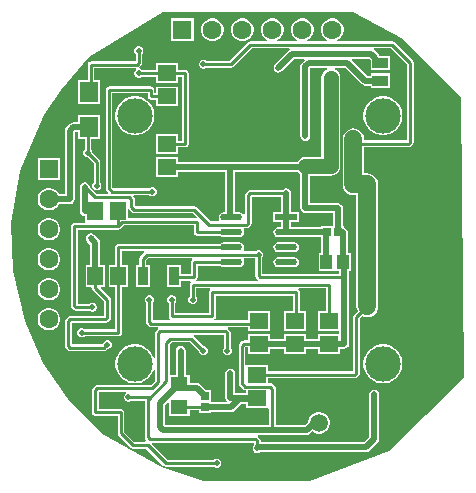
<source format=gbl>
G04*
G04 #@! TF.GenerationSoftware,Altium Limited,Altium Designer,22.10.1 (41)*
G04*
G04 Layer_Physical_Order=2*
G04 Layer_Color=16711680*
%FSLAX42Y42*%
%MOMM*%
G71*
G04*
G04 #@! TF.SameCoordinates,D2B3F530-26F6-4905-BC13-EF821CD2D141*
G04*
G04*
G04 #@! TF.FilePolarity,Positive*
G04*
G01*
G75*
%ADD14C,0.25*%
%ADD19R,0.67X0.72*%
%ADD20R,0.72X0.67*%
%ADD22R,1.55X1.35*%
%ADD25R,1.35X1.55*%
%ADD48C,0.51*%
%ADD49C,1.52*%
%ADD51C,1.27*%
%ADD52C,3.00*%
%ADD53C,1.60*%
%ADD54R,1.60X1.60*%
%ADD55R,1.60X1.60*%
%ADD56C,1.52*%
%ADD57C,0.46*%
%ADD58R,1.01X1.26*%
%ADD59R,0.90X1.55*%
%ADD60R,1.45X1.20*%
%ADD61R,1.55X1.75*%
%ADD62R,1.87X0.54*%
G04:AMPARAMS|DCode=63|XSize=1.87mm|YSize=0.54mm|CornerRadius=0.27mm|HoleSize=0mm|Usage=FLASHONLY|Rotation=180.000|XOffset=0mm|YOffset=0mm|HoleType=Round|Shape=RoundedRectangle|*
%AMROUNDEDRECTD63*
21,1,1.87,0.00,0,0,180.0*
21,1,1.33,0.54,0,0,180.0*
1,1,0.54,-0.67,0.00*
1,1,0.54,0.67,0.00*
1,1,0.54,0.67,0.00*
1,1,0.54,-0.67,0.00*
%
%ADD63ROUNDEDRECTD63*%
%ADD64R,1.35X0.95*%
G36*
X10779Y9196D02*
Y8550D01*
X10417D01*
Y8560D01*
X10414Y8584D01*
X10405Y8606D01*
X10390Y8625D01*
X10371Y8640D01*
X10349Y8649D01*
X10325Y8652D01*
X10301Y8649D01*
X10279Y8640D01*
X10260Y8625D01*
X10245Y8606D01*
X10236Y8584D01*
X10233Y8560D01*
Y8179D01*
X10236Y8155D01*
X10245Y8133D01*
X10260Y8114D01*
X10279Y8099D01*
X10301Y8090D01*
X10325Y8087D01*
X10349D01*
Y7144D01*
X10353Y7120D01*
X10360Y7103D01*
X10330Y7073D01*
X10324Y7064D01*
X10322Y7053D01*
X10322Y7053D01*
Y6594D01*
X9605D01*
Y6649D01*
X9420D01*
X9411Y6658D01*
Y6800D01*
X9432D01*
Y6745D01*
X9618D01*
Y6787D01*
X9737D01*
Y6745D01*
X9923D01*
Y6787D01*
X10029D01*
Y6745D01*
X10215D01*
Y6787D01*
X10249D01*
X10265Y6790D01*
X10278Y6799D01*
X10287Y6812D01*
X10290Y6828D01*
Y7398D01*
Y7440D01*
X10302D01*
Y7597D01*
X10278D01*
Y7772D01*
X10274Y7788D01*
X10265Y7802D01*
X10252Y7811D01*
X10246Y7812D01*
Y7821D01*
X10237D01*
Y7976D01*
X10233Y7991D01*
X10224Y8005D01*
X10211Y8014D01*
X10195Y8017D01*
X9960D01*
Y8252D01*
X10135D01*
X10155Y8254D01*
X10174Y8262D01*
X10191Y8275D01*
X10203Y8291D01*
X10211Y8311D01*
X10214Y8331D01*
Y9081D01*
X10211Y9101D01*
X10203Y9120D01*
X10191Y9137D01*
X10174Y9149D01*
X10164Y9153D01*
X10167Y9166D01*
X10257D01*
X10397Y9026D01*
X10411Y9017D01*
X10427Y9014D01*
X10471D01*
Y8992D01*
X10636D01*
Y9118D01*
X10471D01*
Y9097D01*
X10444D01*
X10311Y9230D01*
X10316Y9242D01*
X10458D01*
X10470Y9230D01*
Y9227D01*
X10471Y9223D01*
Y9142D01*
X10636D01*
Y9268D01*
X10547D01*
X10541Y9276D01*
X10504Y9313D01*
X10496Y9319D01*
X10500Y9331D01*
X10643D01*
X10779Y9196D01*
D02*
G37*
G36*
X10744Y9411D02*
X11239Y8915D01*
X11265Y6540D01*
X10630Y5918D01*
X9957Y5664D01*
X9055D01*
X8727Y5777D01*
X8731Y5789D01*
X8738Y5788D01*
X8738Y5788D01*
X9144D01*
X9148Y5784D01*
X9162Y5778D01*
X9177D01*
X9191Y5784D01*
X9202Y5795D01*
X9207Y5809D01*
Y5824D01*
X9202Y5838D01*
X9191Y5849D01*
X9177Y5855D01*
X9162D01*
X9148Y5849D01*
X9144Y5845D01*
X8749D01*
X8616Y5979D01*
X8621Y5991D01*
X9484D01*
Y5974D01*
X9483Y5973D01*
X9474Y5959D01*
X9471Y5944D01*
X9474Y5928D01*
X9483Y5914D01*
X9496Y5905D01*
X9512Y5902D01*
X9528Y5905D01*
X9535Y5910D01*
X10430D01*
X10446Y5913D01*
X10460Y5922D01*
X10532Y5995D01*
X10541Y6008D01*
X10544Y6024D01*
Y6401D01*
X10541Y6417D01*
X10532Y6430D01*
X10519Y6439D01*
X10503Y6442D01*
X10487Y6439D01*
X10474Y6430D01*
X10465Y6417D01*
X10461Y6401D01*
Y6041D01*
X10413Y5993D01*
X9541D01*
Y6005D01*
X9539Y6016D01*
X9532Y6025D01*
X9532Y6025D01*
X9518Y6040D01*
X9515Y6042D01*
X9519Y6055D01*
X9929D01*
X9945Y6058D01*
X9959Y6067D01*
X9978Y6086D01*
X9998Y6074D01*
X10021Y6068D01*
X10045D01*
X10068Y6074D01*
X10089Y6086D01*
X10106Y6103D01*
X10118Y6124D01*
X10124Y6147D01*
Y6172D01*
X10118Y6195D01*
X10106Y6216D01*
X10089Y6233D01*
X10068Y6245D01*
X10045Y6251D01*
X10021D01*
X9998Y6245D01*
X9977Y6233D01*
X9960Y6216D01*
X9948Y6195D01*
X9942Y6172D01*
Y6167D01*
X9912Y6137D01*
X9668D01*
Y6449D01*
X9668Y6449D01*
X9666Y6460D01*
X9659Y6470D01*
X9659Y6470D01*
X9643Y6486D01*
X9633Y6493D01*
X9622Y6495D01*
X9622Y6495D01*
X9605D01*
Y6537D01*
X10336D01*
X10336Y6537D01*
X10347Y6540D01*
X10356Y6546D01*
X10371Y6561D01*
X10371Y6561D01*
X10377Y6570D01*
X10379Y6581D01*
Y7041D01*
X10400Y7062D01*
X10418Y7055D01*
X10442Y7052D01*
X10465Y7055D01*
X10488Y7064D01*
X10507Y7079D01*
X10521Y7098D01*
X10531Y7120D01*
X10534Y7144D01*
Y8179D01*
X10531Y8203D01*
X10521Y8225D01*
X10507Y8244D01*
X10488Y8259D01*
X10465Y8268D01*
X10442Y8271D01*
X10417D01*
Y8493D01*
X10793D01*
X10793Y8493D01*
X10804Y8495D01*
X10813Y8502D01*
X10828Y8516D01*
X10828Y8516D01*
X10834Y8526D01*
X10836Y8537D01*
Y9207D01*
X10836Y9207D01*
X10834Y9218D01*
X10828Y9228D01*
X10828Y9228D01*
X10675Y9380D01*
X10666Y9386D01*
X10655Y9388D01*
X10655Y9388D01*
X10193D01*
X10189Y9401D01*
X10206Y9411D01*
X10224Y9428D01*
X10236Y9450D01*
X10243Y9474D01*
Y9499D01*
X10236Y9524D01*
X10224Y9545D01*
X10206Y9563D01*
X10184Y9576D01*
X10160Y9582D01*
X10135D01*
X10111Y9576D01*
X10089Y9563D01*
X10071Y9545D01*
X10059Y9524D01*
X10052Y9499D01*
Y9474D01*
X10059Y9450D01*
X10071Y9428D01*
X10089Y9411D01*
X10105Y9401D01*
X10102Y9388D01*
X9939D01*
X9935Y9401D01*
X9952Y9411D01*
X9970Y9428D01*
X9982Y9450D01*
X9989Y9474D01*
Y9499D01*
X9982Y9524D01*
X9970Y9545D01*
X9952Y9563D01*
X9930Y9576D01*
X9906Y9582D01*
X9881D01*
X9857Y9576D01*
X9835Y9563D01*
X9817Y9545D01*
X9805Y9524D01*
X9798Y9499D01*
Y9474D01*
X9805Y9450D01*
X9817Y9428D01*
X9835Y9411D01*
X9851Y9401D01*
X9848Y9388D01*
X9685D01*
X9681Y9401D01*
X9698Y9411D01*
X9716Y9428D01*
X9728Y9450D01*
X9735Y9474D01*
Y9499D01*
X9728Y9524D01*
X9716Y9545D01*
X9698Y9563D01*
X9676Y9576D01*
X9652Y9582D01*
X9627D01*
X9603Y9576D01*
X9581Y9563D01*
X9563Y9545D01*
X9551Y9524D01*
X9544Y9499D01*
Y9474D01*
X9551Y9450D01*
X9563Y9428D01*
X9581Y9411D01*
X9597Y9401D01*
X9594Y9388D01*
X9453D01*
X9453Y9388D01*
X9442Y9386D01*
X9433Y9380D01*
X9433Y9380D01*
X9276Y9223D01*
X9080D01*
X9077Y9227D01*
X9063Y9233D01*
X9048D01*
X9034Y9227D01*
X9023Y9216D01*
X9017Y9202D01*
Y9187D01*
X9023Y9173D01*
X9034Y9162D01*
X9048Y9157D01*
X9063D01*
X9077Y9162D01*
X9080Y9166D01*
X9288D01*
X9288Y9166D01*
X9299Y9168D01*
X9308Y9175D01*
X9465Y9331D01*
X9784D01*
X9788Y9319D01*
X9779Y9313D01*
X9661Y9195D01*
X9652Y9181D01*
X9649Y9165D01*
X9652Y9149D01*
X9661Y9136D01*
X9674Y9127D01*
X9690Y9124D01*
X9706Y9127D01*
X9719Y9136D01*
X9826Y9242D01*
X9907D01*
X9912Y9230D01*
X9889Y9207D01*
X9880Y9194D01*
X9877Y9178D01*
Y8585D01*
X9880Y8569D01*
X9889Y8556D01*
X9903Y8547D01*
X9919Y8544D01*
X9935Y8547D01*
X9948Y8556D01*
X9957Y8569D01*
X9960Y8585D01*
Y9161D01*
X9966Y9166D01*
X10102D01*
X10105Y9153D01*
X10095Y9149D01*
X10078Y9137D01*
X10066Y9120D01*
X10058Y9101D01*
X10055Y9081D01*
Y8411D01*
X9919D01*
X9898Y8408D01*
X9879Y8400D01*
X9863Y8387D01*
X9850Y8371D01*
X9847Y8365D01*
X8843D01*
Y8406D01*
X8658D01*
Y8241D01*
X8843D01*
Y8282D01*
X9242D01*
Y7943D01*
X9227D01*
X9210Y7939D01*
X9196Y7930D01*
X9187Y7916D01*
X9184Y7899D01*
X9187Y7883D01*
X9191Y7877D01*
X9184Y7864D01*
X9118D01*
X8999Y7983D01*
X8990Y7989D01*
X8979Y7991D01*
X8979Y7991D01*
X8483D01*
X8474Y8000D01*
Y8050D01*
X8472Y8061D01*
X8466Y8070D01*
X8466Y8070D01*
X8460Y8075D01*
X8465Y8087D01*
X8598D01*
X8602Y8083D01*
X8616Y8077D01*
X8631D01*
X8645Y8083D01*
X8656Y8094D01*
X8661Y8108D01*
Y8123D01*
X8656Y8137D01*
X8645Y8148D01*
X8631Y8153D01*
X8616D01*
X8602Y8148D01*
X8598Y8144D01*
X8294D01*
X8283Y8155D01*
Y8950D01*
X8582D01*
Y8924D01*
X8584Y8913D01*
X8590Y8903D01*
X8600Y8897D01*
X8611Y8895D01*
X8658D01*
Y8841D01*
X8843D01*
Y9006D01*
X8658D01*
Y8952D01*
X8639D01*
Y8979D01*
X8637Y8990D01*
X8631Y8999D01*
X8622Y9005D01*
X8611Y9007D01*
X8255D01*
X8244Y9005D01*
X8235Y8999D01*
X8229Y8990D01*
X8227Y8979D01*
Y8143D01*
X8227Y8143D01*
X8229Y8132D01*
X8235Y8123D01*
X8250Y8107D01*
X8245Y8096D01*
X8150D01*
X8093Y8152D01*
Y8153D01*
X8090Y8169D01*
X8081Y8183D01*
X8068Y8192D01*
X8052Y8195D01*
X8036Y8192D01*
X8022Y8183D01*
X8014Y8169D01*
X8010Y8153D01*
Y8126D01*
Y7950D01*
X8014Y7934D01*
X8022Y7921D01*
X8036Y7912D01*
X8052Y7909D01*
X8053D01*
Y7857D01*
X8043Y7852D01*
X7963D01*
X7952Y7850D01*
X7943Y7843D01*
X7937Y7834D01*
X7934Y7823D01*
Y7152D01*
X7934Y7152D01*
X7937Y7141D01*
X7943Y7132D01*
X7958Y7117D01*
X7958Y7117D01*
X7967Y7111D01*
X7978Y7109D01*
X8090D01*
X8094Y7105D01*
X8108Y7099D01*
X8123D01*
X8137Y7105D01*
X8148Y7116D01*
X8153Y7130D01*
Y7145D01*
X8148Y7159D01*
X8137Y7170D01*
X8123Y7175D01*
X8108D01*
X8094Y7170D01*
X8090Y7166D01*
X7991D01*
Y7795D01*
X8331D01*
X8331Y7795D01*
X8342Y7797D01*
X8351Y7803D01*
X8381Y7833D01*
X8976D01*
Y7772D01*
X8978Y7761D01*
X8984Y7752D01*
X8993Y7746D01*
X9004Y7744D01*
X9195D01*
X9196Y7742D01*
X9210Y7733D01*
X9227Y7729D01*
X9360D01*
X9377Y7733D01*
X9391Y7742D01*
X9400Y7756D01*
X9403Y7772D01*
X9400Y7789D01*
X9396Y7795D01*
X9403Y7807D01*
X9421D01*
X9421Y7807D01*
X9432Y7810D01*
X9441Y7816D01*
X9456Y7831D01*
X9456Y7831D01*
X9462Y7840D01*
X9465Y7851D01*
Y8074D01*
X9715D01*
Y7942D01*
X9648D01*
Y7857D01*
X9715D01*
Y7816D01*
X9690D01*
X9673Y7812D01*
X9659Y7803D01*
X9650Y7789D01*
X9647Y7772D01*
X9650Y7756D01*
X9659Y7742D01*
X9673Y7733D01*
X9690Y7729D01*
X9823D01*
X9832Y7731D01*
X10048D01*
Y7724D01*
X10054D01*
Y7597D01*
X10030D01*
Y7440D01*
X10161D01*
Y7440D01*
X10171D01*
Y7440D01*
X10207D01*
Y7420D01*
X9551D01*
Y7557D01*
X9555Y7560D01*
X9561Y7574D01*
Y7589D01*
X9555Y7603D01*
X9544Y7614D01*
X9530Y7620D01*
X9515D01*
X9501Y7614D01*
X9497Y7610D01*
X9403D01*
X9396Y7623D01*
X9400Y7629D01*
X9403Y7645D01*
X9400Y7662D01*
X9391Y7676D01*
X9377Y7685D01*
X9360Y7689D01*
X9227D01*
X9210Y7685D01*
X9196Y7676D01*
X9195Y7674D01*
X8336D01*
X8325Y7672D01*
X8316Y7666D01*
X8309Y7656D01*
X8307Y7645D01*
Y7497D01*
X8253D01*
Y7311D01*
X8307D01*
Y6950D01*
X8052D01*
X8048Y6954D01*
X8034Y6960D01*
X8019D01*
X8005Y6954D01*
X7994Y6943D01*
X7988Y6929D01*
Y6914D01*
X7994Y6900D01*
X8005Y6889D01*
X8019Y6883D01*
X8034D01*
X8048Y6889D01*
X8052Y6893D01*
X8336D01*
X8347Y6895D01*
X8356Y6901D01*
X8362Y6911D01*
X8364Y6921D01*
Y7311D01*
X8418D01*
Y7497D01*
X8364D01*
Y7617D01*
X8554D01*
X8558Y7604D01*
X8555Y7602D01*
X8555Y7602D01*
X8521Y7569D01*
X8515Y7560D01*
X8513Y7549D01*
X8513Y7549D01*
Y7497D01*
X8481D01*
Y7311D01*
X8602D01*
Y7497D01*
X8570D01*
Y7537D01*
X8586Y7553D01*
X8958D01*
X8962Y7541D01*
X8959Y7539D01*
X8953Y7529D01*
X8950Y7518D01*
Y7420D01*
X8867D01*
Y7497D01*
X8746D01*
Y7311D01*
X8867D01*
Y7363D01*
X8945D01*
X8949Y7350D01*
X8946Y7348D01*
X8940Y7339D01*
X8938Y7328D01*
Y7226D01*
X8934Y7222D01*
X8928Y7208D01*
Y7193D01*
X8934Y7179D01*
X8945Y7169D01*
X8959Y7163D01*
X8974D01*
X8988Y7169D01*
X8999Y7179D01*
X9004Y7193D01*
Y7208D01*
X8999Y7222D01*
X8995Y7226D01*
Y7299D01*
X9111D01*
X9114Y7287D01*
X9111Y7285D01*
X9105Y7275D01*
X9103Y7264D01*
Y7090D01*
X8817D01*
Y7176D01*
X8821Y7179D01*
X8826Y7193D01*
Y7208D01*
X8821Y7222D01*
X8810Y7233D01*
X8796Y7239D01*
X8781D01*
X8767Y7233D01*
X8756Y7222D01*
X8750Y7208D01*
Y7193D01*
X8756Y7179D01*
X8760Y7176D01*
Y7061D01*
X8762Y7050D01*
X8768Y7041D01*
X8772Y7039D01*
X8768Y7026D01*
X8626D01*
Y7176D01*
X8630Y7179D01*
X8636Y7193D01*
Y7208D01*
X8630Y7222D01*
X8619Y7233D01*
X8605Y7239D01*
X8590D01*
X8576Y7233D01*
X8566Y7222D01*
X8560Y7208D01*
Y7193D01*
X8566Y7179D01*
X8569Y7176D01*
Y7013D01*
X8569Y7013D01*
X8572Y7002D01*
X8578Y6992D01*
X8593Y6978D01*
X8593Y6978D01*
X8602Y6971D01*
X8613Y6969D01*
X8668D01*
X8672Y6957D01*
X8669Y6954D01*
X8669Y6954D01*
X8654Y6939D01*
X8648Y6930D01*
X8646Y6919D01*
X8646Y6919D01*
Y6712D01*
X8633Y6709D01*
X8621Y6737D01*
X8603Y6764D01*
X8580Y6787D01*
X8553Y6805D01*
X8523Y6818D01*
X8491Y6824D01*
X8459D01*
X8427Y6818D01*
X8397Y6805D01*
X8370Y6787D01*
X8347Y6764D01*
X8329Y6737D01*
X8316Y6707D01*
X8310Y6675D01*
Y6643D01*
X8316Y6611D01*
X8329Y6581D01*
X8347Y6554D01*
X8370Y6531D01*
X8397Y6512D01*
X8427Y6500D01*
X8459Y6494D01*
X8491D01*
X8523Y6500D01*
X8553Y6512D01*
X8580Y6531D01*
X8603Y6554D01*
X8621Y6581D01*
X8633Y6608D01*
X8646Y6606D01*
Y6514D01*
X8611Y6480D01*
X8156D01*
X8145Y6478D01*
X8135Y6472D01*
X8135Y6472D01*
X8121Y6457D01*
X8114Y6448D01*
X8112Y6437D01*
X8112Y6437D01*
Y6248D01*
X8114Y6237D01*
X8121Y6228D01*
X8130Y6222D01*
X8141Y6220D01*
X8328D01*
Y6071D01*
X8328Y6071D01*
X8330Y6060D01*
X8336Y6050D01*
X8438Y5949D01*
X8438Y5949D01*
X8447Y5943D01*
X8458Y5941D01*
X8573D01*
X8717Y5796D01*
X8717Y5796D01*
X8725Y5792D01*
X8719Y5780D01*
X8687Y5791D01*
X8217Y6058D01*
X7925Y6337D01*
X7696Y6668D01*
X7544Y7023D01*
X7442Y7442D01*
X7429Y7849D01*
X7506Y8293D01*
X7709Y8763D01*
X7849Y8979D01*
X8090Y9258D01*
X8712Y9639D01*
X10325D01*
X10744Y9411D01*
D02*
G37*
G36*
X8451Y7943D02*
X8451Y7943D01*
X8460Y7937D01*
X8471Y7934D01*
X8967D01*
X8999Y7902D01*
X8994Y7890D01*
X8414D01*
Y7962D01*
X8421Y7966D01*
X8427Y7967D01*
X8451Y7943D01*
D02*
G37*
G36*
X9863Y8275D02*
X9877Y8264D01*
Y7976D01*
X9880Y7960D01*
X9889Y7946D01*
X9903Y7937D01*
X9919Y7934D01*
X10154D01*
Y7821D01*
X10048D01*
Y7814D01*
X9832D01*
X9823Y7816D01*
X9798D01*
Y7857D01*
X9866D01*
Y7942D01*
X9798D01*
Y8103D01*
X9795Y8118D01*
X9786Y8132D01*
X9772Y8141D01*
X9757Y8144D01*
X9741Y8141D01*
X9727Y8132D01*
X9727Y8131D01*
X9451D01*
X9440Y8129D01*
X9431Y8123D01*
X9431Y8123D01*
X9416Y8108D01*
X9410Y8099D01*
X9408Y8088D01*
X9408Y8088D01*
Y7927D01*
X9395Y7923D01*
X9391Y7930D01*
X9377Y7939D01*
X9360Y7943D01*
X9325D01*
Y8282D01*
X9857D01*
X9863Y8275D01*
D02*
G37*
G36*
X9494Y7406D02*
X9494Y7406D01*
X9497Y7395D01*
X9503Y7386D01*
X9518Y7371D01*
X9518Y7371D01*
X9521Y7369D01*
X9517Y7356D01*
X9000D01*
X8996Y7369D01*
X8999Y7371D01*
X9005Y7380D01*
X9007Y7391D01*
Y7490D01*
X9195D01*
X9196Y7488D01*
X9210Y7479D01*
X9227Y7475D01*
X9360D01*
X9377Y7479D01*
X9391Y7488D01*
X9400Y7502D01*
X9403Y7518D01*
X9400Y7535D01*
X9396Y7541D01*
X9403Y7553D01*
X9494D01*
Y7406D01*
D02*
G37*
G36*
X10093Y7106D02*
X10029D01*
Y6940D01*
X10207D01*
Y6911D01*
X10029D01*
Y6870D01*
X9923D01*
Y6911D01*
X9737D01*
Y6870D01*
X9618D01*
Y6911D01*
X9432D01*
Y6857D01*
X9398D01*
X9387Y6854D01*
X9377Y6848D01*
X9377Y6848D01*
X9363Y6833D01*
X9356Y6824D01*
X9354Y6813D01*
X9354Y6813D01*
Y6492D01*
X9354Y6492D01*
X9356Y6481D01*
X9363Y6472D01*
X9388Y6446D01*
X9388Y6446D01*
X9397Y6440D01*
X9408Y6438D01*
X9420D01*
Y6412D01*
X9325D01*
Y6579D01*
X9322Y6594D01*
X9313Y6608D01*
X9300Y6617D01*
X9284Y6620D01*
X9268Y6617D01*
X9254Y6608D01*
X9245Y6594D01*
X9242Y6579D01*
Y6371D01*
X9245Y6355D01*
X9251Y6347D01*
X9245Y6334D01*
X9117D01*
Y6439D01*
X9075D01*
X9030Y6485D01*
X9016Y6494D01*
X9001Y6497D01*
X8940D01*
Y6565D01*
X8906D01*
Y6769D01*
X8903Y6785D01*
X8894Y6798D01*
X8880Y6807D01*
X8865Y6811D01*
X8849Y6807D01*
X8835Y6798D01*
X8826Y6785D01*
X8823Y6769D01*
Y6565D01*
X8770D01*
Y6825D01*
X8788Y6842D01*
X8942D01*
X9017Y6767D01*
Y6762D01*
X9023Y6748D01*
X9034Y6737D01*
X9048Y6731D01*
X9063D01*
X9077Y6737D01*
X9087Y6748D01*
X9093Y6762D01*
Y6777D01*
X9087Y6791D01*
X9077Y6801D01*
X9063Y6807D01*
X9057D01*
X8974Y6891D01*
X8970Y6893D01*
X8974Y6906D01*
X9230D01*
Y6794D01*
X9226Y6791D01*
X9220Y6777D01*
Y6762D01*
X9226Y6748D01*
X9237Y6737D01*
X9251Y6731D01*
X9266D01*
X9280Y6737D01*
X9291Y6748D01*
X9296Y6762D01*
Y6777D01*
X9291Y6791D01*
X9287Y6794D01*
Y6919D01*
X9285Y6930D01*
X9278Y6939D01*
X9278Y6939D01*
X9264Y6954D01*
X9260Y6957D01*
X9264Y6969D01*
X9432D01*
Y6940D01*
X9618D01*
Y7106D01*
X9432D01*
Y7026D01*
X9152D01*
X9148Y7039D01*
X9151Y7041D01*
X9158Y7050D01*
X9160Y7061D01*
Y7236D01*
X9814D01*
Y7106D01*
X9737D01*
Y6940D01*
X9923D01*
Y7106D01*
X9871D01*
Y7264D01*
X9869Y7275D01*
X9863Y7285D01*
X9859Y7287D01*
X9863Y7299D01*
X10093D01*
Y7106D01*
D02*
G37*
G36*
X8764Y6327D02*
Y6214D01*
X8940D01*
Y6264D01*
X9019D01*
Y6241D01*
X9117D01*
Y6251D01*
X9291D01*
X9307Y6254D01*
X9321Y6263D01*
X9376Y6318D01*
X9420D01*
Y6288D01*
X9605D01*
X9611Y6278D01*
Y6137D01*
X8734D01*
X8728Y6143D01*
Y6307D01*
X8752Y6332D01*
X8764Y6327D01*
D02*
G37*
G36*
X8405Y6410D02*
X8399Y6408D01*
X8388Y6397D01*
X8382Y6383D01*
Y6368D01*
X8388Y6354D01*
X8399Y6343D01*
X8413Y6337D01*
X8428D01*
X8442Y6343D01*
X8445Y6347D01*
X8557D01*
Y6035D01*
X8557Y6035D01*
X8559Y6024D01*
X8565Y6015D01*
X8569Y6010D01*
X8564Y5997D01*
X8470D01*
X8385Y6082D01*
Y6248D01*
X8383Y6259D01*
X8377Y6269D01*
X8368Y6275D01*
X8357Y6277D01*
X8169D01*
Y6423D01*
X8403D01*
X8405Y6410D01*
D02*
G37*
%LPC*%
G36*
X10591Y8924D02*
X10559D01*
X10527Y8918D01*
X10497Y8905D01*
X10470Y8887D01*
X10447Y8864D01*
X10429Y8837D01*
X10416Y8807D01*
X10410Y8775D01*
Y8743D01*
X10416Y8711D01*
X10429Y8681D01*
X10447Y8654D01*
X10470Y8631D01*
X10497Y8612D01*
X10527Y8600D01*
X10559Y8594D01*
X10591D01*
X10623Y8600D01*
X10653Y8612D01*
X10680Y8631D01*
X10703Y8654D01*
X10721Y8681D01*
X10734Y8711D01*
X10740Y8743D01*
Y8775D01*
X10734Y8807D01*
X10721Y8837D01*
X10703Y8864D01*
X10680Y8887D01*
X10653Y8905D01*
X10623Y8918D01*
X10591Y8924D01*
D02*
G37*
G36*
X9398Y9582D02*
X9373D01*
X9349Y9576D01*
X9327Y9563D01*
X9309Y9545D01*
X9297Y9524D01*
X9290Y9499D01*
Y9474D01*
X9297Y9450D01*
X9309Y9428D01*
X9327Y9411D01*
X9349Y9398D01*
X9373Y9392D01*
X9398D01*
X9422Y9398D01*
X9444Y9411D01*
X9462Y9428D01*
X9474Y9450D01*
X9481Y9474D01*
Y9499D01*
X9474Y9524D01*
X9462Y9545D01*
X9444Y9563D01*
X9422Y9576D01*
X9398Y9582D01*
D02*
G37*
G36*
X9144D02*
X9119D01*
X9095Y9576D01*
X9073Y9563D01*
X9055Y9545D01*
X9043Y9524D01*
X9036Y9499D01*
Y9474D01*
X9043Y9450D01*
X9055Y9428D01*
X9073Y9411D01*
X9095Y9398D01*
X9119Y9392D01*
X9144D01*
X9168Y9398D01*
X9190Y9411D01*
X9208Y9428D01*
X9220Y9450D01*
X9227Y9474D01*
Y9499D01*
X9220Y9524D01*
X9208Y9545D01*
X9190Y9563D01*
X9168Y9576D01*
X9144Y9582D01*
D02*
G37*
G36*
X8973D02*
X8782D01*
Y9392D01*
X8973D01*
Y9582D01*
D02*
G37*
G36*
X8491Y8924D02*
X8459D01*
X8427Y8918D01*
X8397Y8905D01*
X8370Y8887D01*
X8347Y8864D01*
X8329Y8837D01*
X8316Y8807D01*
X8310Y8775D01*
Y8743D01*
X8316Y8711D01*
X8329Y8681D01*
X8347Y8654D01*
X8370Y8631D01*
X8397Y8612D01*
X8427Y8600D01*
X8459Y8594D01*
X8491D01*
X8523Y8600D01*
X8553Y8612D01*
X8580Y8631D01*
X8603Y8654D01*
X8621Y8681D01*
X8634Y8711D01*
X8640Y8743D01*
Y8775D01*
X8634Y8807D01*
X8621Y8837D01*
X8603Y8864D01*
X8580Y8887D01*
X8553Y8905D01*
X8523Y8918D01*
X8491Y8924D01*
D02*
G37*
G36*
X8517Y9347D02*
X8501D01*
X8487Y9341D01*
X8477Y9331D01*
X8471Y9317D01*
Y9302D01*
X8477Y9288D01*
X8481Y9284D01*
Y9218D01*
X8103D01*
X8092Y9216D01*
X8082Y9210D01*
X8076Y9201D01*
X8074Y9190D01*
Y9059D01*
X7997D01*
Y8854D01*
X8183D01*
Y9059D01*
X8131D01*
Y9161D01*
X8481D01*
X8483Y9159D01*
X8485Y9149D01*
X8477Y9140D01*
X8471Y9126D01*
Y9111D01*
X8477Y9097D01*
X8487Y9086D01*
X8501Y9081D01*
X8517D01*
X8531Y9086D01*
X8534Y9090D01*
X8658D01*
Y9036D01*
X8843D01*
Y9090D01*
X8874D01*
Y8547D01*
X8843D01*
Y8601D01*
X8658D01*
Y8436D01*
X8843D01*
Y8490D01*
X8903D01*
X8914Y8492D01*
X8923Y8498D01*
X8929Y8507D01*
X8931Y8518D01*
Y9119D01*
X8929Y9130D01*
X8923Y9139D01*
X8914Y9145D01*
X8903Y9147D01*
X8843D01*
Y9201D01*
X8658D01*
Y9147D01*
X8534D01*
X8531Y9151D01*
X8517Y9156D01*
X8516Y9159D01*
X8514Y9169D01*
X8514Y9170D01*
X8529Y9185D01*
X8529Y9185D01*
X8535Y9194D01*
X8537Y9205D01*
Y9284D01*
X8541Y9288D01*
X8547Y9302D01*
Y9317D01*
X8541Y9331D01*
X8531Y9341D01*
X8517Y9347D01*
D02*
G37*
G36*
X7842Y8401D02*
X7652D01*
Y8211D01*
X7842D01*
Y8401D01*
D02*
G37*
G36*
X8183Y8764D02*
X7997D01*
Y8703D01*
X7955D01*
X7939Y8700D01*
X7925Y8691D01*
X7896Y8661D01*
X7887Y8647D01*
X7883Y8632D01*
Y8093D01*
X7833D01*
X7823Y8110D01*
X7805Y8128D01*
X7784Y8141D01*
X7760Y8147D01*
X7734D01*
X7710Y8141D01*
X7689Y8128D01*
X7671Y8110D01*
X7658Y8089D01*
X7652Y8064D01*
Y8039D01*
X7658Y8015D01*
X7671Y7993D01*
X7689Y7976D01*
X7710Y7963D01*
X7734Y7957D01*
X7760D01*
X7784Y7963D01*
X7805Y7976D01*
X7823Y7993D01*
X7833Y8010D01*
X7925D01*
X7941Y8014D01*
X7954Y8022D01*
X7963Y8036D01*
X7966Y8052D01*
Y8614D01*
X7972Y8620D01*
X7992D01*
X7997Y8617D01*
Y8559D01*
X8049D01*
Y8471D01*
X8045Y8467D01*
X8039Y8453D01*
Y8438D01*
X8045Y8424D01*
X8056Y8413D01*
X8070Y8407D01*
X8075D01*
X8125Y8357D01*
Y8191D01*
X8121Y8188D01*
X8115Y8174D01*
Y8159D01*
X8121Y8145D01*
X8132Y8134D01*
X8146Y8128D01*
X8161D01*
X8175Y8134D01*
X8186Y8145D01*
X8192Y8159D01*
Y8174D01*
X8186Y8188D01*
X8182Y8191D01*
Y8369D01*
X8182Y8369D01*
X8180Y8380D01*
X8174Y8389D01*
X8115Y8448D01*
Y8453D01*
X8110Y8467D01*
X8106Y8471D01*
Y8559D01*
X8183D01*
Y8764D01*
D02*
G37*
G36*
X7760Y7893D02*
X7734D01*
X7710Y7887D01*
X7689Y7874D01*
X7671Y7856D01*
X7658Y7835D01*
X7652Y7810D01*
Y7785D01*
X7658Y7761D01*
X7671Y7739D01*
X7689Y7722D01*
X7710Y7709D01*
X7734Y7703D01*
X7760D01*
X7784Y7709D01*
X7805Y7722D01*
X7823Y7739D01*
X7836Y7761D01*
X7842Y7785D01*
Y7810D01*
X7836Y7835D01*
X7823Y7856D01*
X7805Y7874D01*
X7784Y7887D01*
X7760Y7893D01*
D02*
G37*
G36*
X9823Y7689D02*
X9690D01*
X9673Y7685D01*
X9659Y7676D01*
X9650Y7662D01*
X9647Y7645D01*
X9650Y7629D01*
X9659Y7615D01*
X9673Y7606D01*
X9690Y7602D01*
X9823D01*
X9840Y7606D01*
X9854Y7615D01*
X9863Y7629D01*
X9866Y7645D01*
X9863Y7662D01*
X9854Y7676D01*
X9840Y7685D01*
X9823Y7689D01*
D02*
G37*
G36*
Y7562D02*
X9690D01*
X9673Y7558D01*
X9659Y7549D01*
X9650Y7535D01*
X9647Y7518D01*
X9650Y7502D01*
X9659Y7488D01*
X9673Y7479D01*
X9690Y7475D01*
X9823D01*
X9840Y7479D01*
X9854Y7488D01*
X9863Y7502D01*
X9866Y7518D01*
X9863Y7535D01*
X9854Y7549D01*
X9840Y7558D01*
X9823Y7562D01*
D02*
G37*
G36*
X7760Y7639D02*
X7734D01*
X7710Y7633D01*
X7689Y7620D01*
X7671Y7602D01*
X7658Y7581D01*
X7652Y7556D01*
Y7531D01*
X7658Y7507D01*
X7671Y7485D01*
X7689Y7468D01*
X7710Y7455D01*
X7734Y7449D01*
X7760D01*
X7784Y7455D01*
X7805Y7468D01*
X7823Y7485D01*
X7836Y7507D01*
X7842Y7531D01*
Y7556D01*
X7836Y7581D01*
X7823Y7602D01*
X7805Y7620D01*
X7784Y7633D01*
X7760Y7639D01*
D02*
G37*
G36*
Y7385D02*
X7734D01*
X7710Y7379D01*
X7689Y7366D01*
X7671Y7348D01*
X7658Y7327D01*
X7652Y7302D01*
Y7277D01*
X7658Y7253D01*
X7671Y7231D01*
X7689Y7214D01*
X7710Y7201D01*
X7734Y7195D01*
X7760D01*
X7784Y7201D01*
X7805Y7214D01*
X7823Y7231D01*
X7836Y7253D01*
X7842Y7277D01*
Y7302D01*
X7836Y7327D01*
X7823Y7348D01*
X7805Y7366D01*
X7784Y7379D01*
X7760Y7385D01*
D02*
G37*
G36*
X8103Y7763D02*
X8087Y7760D01*
X8073Y7751D01*
X8064Y7737D01*
X8061Y7722D01*
X8064Y7706D01*
X8073Y7692D01*
X8099Y7666D01*
Y7497D01*
X8058D01*
Y7311D01*
X8104D01*
X8112Y7303D01*
X8114Y7292D01*
X8121Y7282D01*
X8214Y7189D01*
Y7064D01*
X7927D01*
X7916Y7062D01*
X7907Y7056D01*
X7907Y7056D01*
X7892Y7041D01*
X7886Y7032D01*
X7884Y7021D01*
X7884Y7021D01*
Y6809D01*
X7884Y6809D01*
X7886Y6798D01*
X7892Y6789D01*
X7907Y6774D01*
X7907Y6774D01*
X7916Y6768D01*
X7927Y6766D01*
X8215D01*
X8215Y6766D01*
X8226Y6768D01*
X8235Y6774D01*
X8243Y6782D01*
X8250D01*
X8264Y6788D01*
X8275Y6798D01*
X8280Y6812D01*
Y6827D01*
X8275Y6841D01*
X8264Y6852D01*
X8250Y6858D01*
X8235D01*
X8221Y6852D01*
X8210Y6841D01*
X8204Y6827D01*
Y6824D01*
X8203Y6823D01*
X7941D01*
Y7007D01*
X8227D01*
X8227Y7007D01*
X8238Y7009D01*
X8248Y7016D01*
X8262Y7031D01*
X8262Y7031D01*
X8269Y7040D01*
X8271Y7051D01*
Y7201D01*
X8269Y7212D01*
X8262Y7221D01*
X8262Y7221D01*
X8184Y7300D01*
X8189Y7311D01*
X8223D01*
Y7497D01*
X8182D01*
Y7683D01*
X8179Y7699D01*
X8170Y7713D01*
X8132Y7751D01*
X8118Y7760D01*
X8103Y7763D01*
D02*
G37*
G36*
X7760Y7131D02*
X7734D01*
X7710Y7125D01*
X7689Y7112D01*
X7671Y7094D01*
X7658Y7073D01*
X7652Y7048D01*
Y7023D01*
X7658Y6999D01*
X7671Y6977D01*
X7689Y6960D01*
X7710Y6947D01*
X7734Y6941D01*
X7760D01*
X7784Y6947D01*
X7805Y6960D01*
X7823Y6977D01*
X7836Y6999D01*
X7842Y7023D01*
Y7048D01*
X7836Y7073D01*
X7823Y7094D01*
X7805Y7112D01*
X7784Y7125D01*
X7760Y7131D01*
D02*
G37*
G36*
X10591Y6824D02*
X10559D01*
X10527Y6818D01*
X10497Y6805D01*
X10470Y6787D01*
X10447Y6764D01*
X10429Y6737D01*
X10416Y6707D01*
X10410Y6675D01*
Y6643D01*
X10416Y6611D01*
X10429Y6581D01*
X10447Y6554D01*
X10470Y6531D01*
X10497Y6512D01*
X10527Y6500D01*
X10559Y6494D01*
X10591D01*
X10623Y6500D01*
X10653Y6512D01*
X10680Y6531D01*
X10703Y6554D01*
X10721Y6581D01*
X10734Y6611D01*
X10740Y6643D01*
Y6675D01*
X10734Y6707D01*
X10721Y6737D01*
X10703Y6764D01*
X10680Y6787D01*
X10653Y6805D01*
X10623Y6818D01*
X10591Y6824D01*
D02*
G37*
%LPD*%
D14*
X8585Y6356D02*
X8741Y6512D01*
X9512Y5944D02*
Y6005D01*
X9497Y6020D02*
X9512Y6005D01*
X8600Y6020D02*
X9497D01*
X9055Y9195D02*
X9288D01*
X9453Y9360D01*
X8255Y8143D02*
X8283Y8115D01*
X8623D01*
X8153Y8166D02*
Y8369D01*
X8077Y8446D02*
X8153Y8369D01*
X9408Y6466D02*
X9622D01*
X9639Y6096D02*
Y6449D01*
X9383Y6492D02*
X9408Y6466D01*
X9622D02*
X9639Y6449D01*
X8598Y7013D02*
Y7201D01*
X9500Y6998D02*
X9525Y7023D01*
X8613Y6998D02*
X9500D01*
X8598Y7013D02*
X8613Y6998D01*
X8741Y6836D02*
X8776Y6871D01*
X8954D01*
X8741Y6512D02*
Y6836D01*
X8954Y6871D02*
X9055Y6769D01*
X9243Y6934D02*
X9258Y6919D01*
X8420Y6375D02*
X8585D01*
X8598D01*
X8689Y6934D02*
X9243D01*
X9258Y6769D02*
Y6919D01*
X8674D02*
X8689Y6934D01*
X8674Y6502D02*
Y6919D01*
X8979Y7963D02*
X9106Y7836D01*
X9436Y7851D02*
Y8088D01*
X9106Y7836D02*
X9421D01*
X9436Y7851D01*
X8255Y8143D02*
Y8979D01*
X8428Y8067D02*
X8446Y8050D01*
X8138Y8067D02*
X8428D01*
X8052Y8153D02*
X8138Y8067D01*
X8446Y7988D02*
Y8050D01*
X10363Y8522D02*
X10793D01*
X10325Y8560D02*
X10363Y8522D01*
X8585Y6363D02*
X8598Y6375D01*
X8623Y6452D02*
X8674Y6502D01*
X8141Y6248D02*
Y6437D01*
X8156Y6452D01*
X8623D01*
X8585Y6035D02*
Y6363D01*
Y6035D02*
X8600Y6020D01*
X8215Y6794D02*
X8242Y6822D01*
X8738Y5817D02*
X9169D01*
X10350Y7053D02*
X10442Y7144D01*
X10350Y6581D02*
Y7053D01*
X9512Y6566D02*
X10336D01*
X10350Y6581D01*
X8509Y9205D02*
Y9309D01*
X8494Y9190D02*
X8509Y9205D01*
X8103Y9190D02*
X8494D01*
X8103Y8956D02*
Y9190D01*
X8336Y6921D02*
Y7404D01*
X8026Y6921D02*
X8336D01*
X8585Y5969D02*
X8738Y5817D01*
X7927Y6794D02*
X8215D01*
X8077Y8613D02*
Y8649D01*
Y8446D02*
Y8613D01*
Y8649D02*
X8090Y8661D01*
X10808Y8537D02*
Y9207D01*
X10793Y8522D02*
X10808Y8537D01*
X10655Y9360D02*
X10808Y9207D01*
X9453Y9360D02*
X10655D01*
X10243Y7391D02*
X10249Y7398D01*
X9523Y7406D02*
Y7582D01*
Y7406D02*
X9538Y7391D01*
X10243D01*
X9451Y8103D02*
X9757D01*
X8255Y8979D02*
X8611D01*
X8446Y7988D02*
X8471Y7963D01*
X8979D01*
X9436Y8088D02*
X9451Y8103D01*
X8575Y7582D02*
X9523D01*
X8542Y7549D02*
X8575Y7582D01*
X8331Y7823D02*
X8369Y7861D01*
X9004D01*
X8542Y7404D02*
Y7549D01*
X7912Y6809D02*
Y7021D01*
Y6809D02*
X7927Y6794D01*
X7912Y7021D02*
X7927Y7036D01*
X8227D01*
X8242Y7051D02*
Y7201D01*
X8227Y7036D02*
X8242Y7051D01*
X8141Y7303D02*
Y7404D01*
Y7303D02*
X8242Y7201D01*
X9068Y6388D02*
Y6390D01*
X9383Y6813D02*
X9398Y6828D01*
X9383Y6492D02*
Y6813D01*
X9398Y6828D02*
X9525D01*
X8141Y6248D02*
X8357D01*
Y6071D02*
Y6248D01*
X8852Y6290D02*
X8855Y6292D01*
X9068D01*
X8458Y5969D02*
X8585D01*
X8357Y6071D02*
X8458Y5969D01*
X8336Y7404D02*
Y7645D01*
X8331Y7823D02*
Y7950D01*
X7963Y7823D02*
X8331D01*
X7963Y7152D02*
Y7823D01*
X7978Y7137D02*
X8115D01*
X7963Y7152D02*
X7978Y7137D01*
X8331Y7950D02*
X8348Y7933D01*
X9131Y7264D02*
X9843D01*
Y7023D02*
Y7264D01*
X9830Y7023D02*
X9843D01*
X8966Y7328D02*
X10122D01*
Y7023D02*
Y7328D01*
X8788Y7061D02*
Y7201D01*
Y7061D02*
X9131D01*
Y7264D01*
X8966Y7201D02*
Y7328D01*
X8807Y7391D02*
X8979D01*
X8807D02*
Y7404D01*
X8979Y7391D02*
Y7518D01*
X9293D01*
X8336Y7645D02*
X9293D01*
X9004Y7772D02*
Y7861D01*
Y7772D02*
X9293D01*
X8611Y8924D02*
Y8979D01*
Y8924D02*
X8750D01*
Y9119D02*
X8903D01*
Y8518D02*
Y9119D01*
X8750Y8518D02*
X8903D01*
X8090Y8956D02*
X8103D01*
X8509Y9119D02*
X8750D01*
D19*
X9068Y6388D02*
D03*
Y6292D02*
D03*
D20*
X10195Y7772D02*
D03*
X10099D02*
D03*
D22*
X9512Y6566D02*
D03*
Y6371D02*
D03*
X8750Y9119D02*
D03*
Y8924D02*
D03*
X9830Y6828D02*
D03*
Y7023D02*
D03*
X10122Y6828D02*
D03*
Y7023D02*
D03*
X9525Y6828D02*
D03*
Y7023D02*
D03*
X8750Y8518D02*
D03*
Y8323D02*
D03*
D25*
X8136Y7950D02*
D03*
X8331D02*
D03*
X8141Y7404D02*
D03*
X8336D02*
D03*
D48*
X10236Y7518D02*
Y7772D01*
X9919Y8323D02*
Y8331D01*
X9284Y7899D02*
Y8323D01*
X10249Y7398D02*
Y7518D01*
X8038Y8652D02*
X8077Y8613D01*
X8954Y6096D02*
X9639D01*
X8717D02*
X8954D01*
X9512Y5944D02*
X9520Y5952D01*
X10430D01*
X10503Y6024D01*
X9690Y9165D02*
X9808Y9284D01*
X10475D01*
X9919Y8585D02*
Y9178D01*
X9948Y9207D02*
X10274D01*
X9919Y9178D02*
X9948Y9207D01*
X10096Y7518D02*
Y7772D01*
X8052Y7950D02*
Y8126D01*
Y8153D01*
X8141Y7404D02*
Y7683D01*
X8103Y7722D02*
X8141Y7683D01*
X8852Y6490D02*
X8865Y6502D01*
Y6769D01*
X10503Y6024D02*
Y6401D01*
X7955Y8661D02*
X8008D01*
X7925Y8052D02*
Y8632D01*
X8017Y8652D02*
X8038D01*
X8008Y8661D02*
X8017Y8652D01*
X7925Y8632D02*
X7955Y8661D01*
X10249Y6828D02*
Y7398D01*
X9284Y8323D02*
X9919D01*
X8839Y6490D02*
X8852D01*
X8805Y6443D02*
Y6455D01*
X8687Y6126D02*
Y6325D01*
X8805Y6455D02*
X8839Y6490D01*
X8687Y6325D02*
X8805Y6443D01*
X8687Y6126D02*
X8717Y6096D01*
X9359Y6360D02*
X9501D01*
X9512Y6371D01*
X9291Y6292D02*
X9359Y6360D01*
X9068Y6292D02*
X9291D01*
X9639Y6096D02*
X9929D01*
X9284Y6371D02*
Y6579D01*
Y6371D02*
X9512D01*
X8052Y7950D02*
X8136D01*
X9060Y6398D02*
X9068Y6390D01*
X9057Y6398D02*
X9060D01*
X9001Y6455D02*
X9057Y6398D01*
X8886Y6455D02*
X9001D01*
X8852Y6490D02*
X8886Y6455D01*
X9993Y6160D02*
X10033D01*
X9929Y6096D02*
X9993Y6160D01*
X9919Y7976D02*
Y8323D01*
Y7976D02*
X10195D01*
Y7772D02*
Y7976D01*
X10122Y6828D02*
X10249D01*
X8750Y8323D02*
X9284D01*
Y7899D02*
X9293D01*
X7747Y8052D02*
X7925D01*
X10512Y9227D02*
X10534Y9205D01*
X10475Y9284D02*
X10512Y9247D01*
Y9227D02*
Y9247D01*
X10427Y9055D02*
X10554D01*
X10274Y9207D02*
X10427Y9055D01*
X10534Y9205D02*
X10554D01*
X9525Y6828D02*
X9830D01*
X10122D01*
X9757Y7899D02*
Y8103D01*
X10236Y7518D02*
X10249D01*
X10195Y7772D02*
X10236D01*
X9757D02*
X10096D01*
X10099D01*
X9757D02*
Y7899D01*
D49*
X10325Y8179D02*
Y8560D01*
Y8179D02*
X10442D01*
Y7144D02*
Y8179D01*
D51*
X9922Y8331D02*
X10135D01*
X9919D02*
X9922D01*
X10135D02*
Y9081D01*
D52*
X8475Y8759D02*
D03*
X10575D02*
D03*
Y6659D02*
D03*
X8475D02*
D03*
D53*
X7747Y7544D02*
D03*
Y8052D02*
D03*
Y7798D02*
D03*
Y7290D02*
D03*
Y7036D02*
D03*
X9639Y9487D02*
D03*
X9131D02*
D03*
X9385D02*
D03*
X9893D02*
D03*
X10147D02*
D03*
D54*
X7747Y8306D02*
D03*
D55*
X8877Y9487D02*
D03*
D56*
X10033Y6160D02*
D03*
D57*
X8954Y6096D02*
D03*
X9512Y5944D02*
D03*
X8623Y8115D02*
D03*
X9055Y9195D02*
D03*
X8153Y8166D02*
D03*
X9690Y9165D02*
D03*
X9919Y8585D02*
D03*
X8420Y6375D02*
D03*
X9169Y5817D02*
D03*
X9523Y7582D02*
D03*
X10442Y7144D02*
D03*
X10325Y8560D02*
D03*
X9757Y8103D02*
D03*
X9922Y8331D02*
D03*
X10135Y9081D02*
D03*
X8509Y9309D02*
D03*
Y9119D02*
D03*
X8077Y8446D02*
D03*
X8052Y8126D02*
D03*
X8103Y7722D02*
D03*
X8598Y7201D02*
D03*
X8788D02*
D03*
X8966D02*
D03*
X8865Y6769D02*
D03*
X9055D02*
D03*
X9258D02*
D03*
X9284Y6579D02*
D03*
X10503Y6401D02*
D03*
X8242Y6820D02*
D03*
X8026Y6921D02*
D03*
X8115Y7137D02*
D03*
D58*
X10236Y7518D02*
D03*
X10096D02*
D03*
D59*
X8542Y7404D02*
D03*
X8807D02*
D03*
D60*
X8852Y6490D02*
D03*
Y6290D02*
D03*
D61*
X8090Y8956D02*
D03*
Y8661D02*
D03*
D62*
X9757Y7899D02*
D03*
D63*
Y7772D02*
D03*
Y7645D02*
D03*
Y7518D02*
D03*
X9293D02*
D03*
Y7645D02*
D03*
Y7772D02*
D03*
Y7899D02*
D03*
D64*
X10554Y9055D02*
D03*
Y9205D02*
D03*
M02*

</source>
